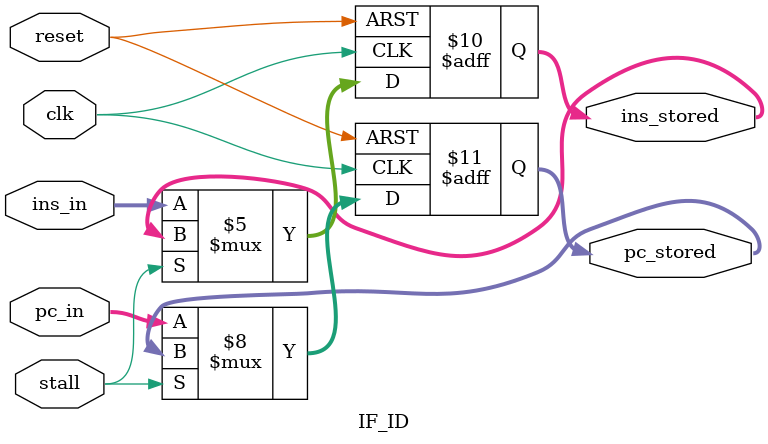
<source format=v>
`timescale 1ns / 1ps


module IF_ID(
    input clk,
    input reset,
    input stall,
    input [31:0] ins_in,
    input [63:0] pc_in,
    output reg [31:0] ins_stored,
    output reg [63:0] pc_stored
    );
    
    always @(posedge clk or posedge reset) begin  //or posedge reset
    if (reset == 1'b1) begin
        ins_stored = 0; pc_stored = 0;
    end
    else if (stall == 1'b1) begin
        pc_stored = pc_stored; ins_stored = ins_stored;
    end
       else begin 
        ins_stored <= ins_in;
        pc_stored <= pc_in;
        end
    end
    
endmodule

    
    
</source>
